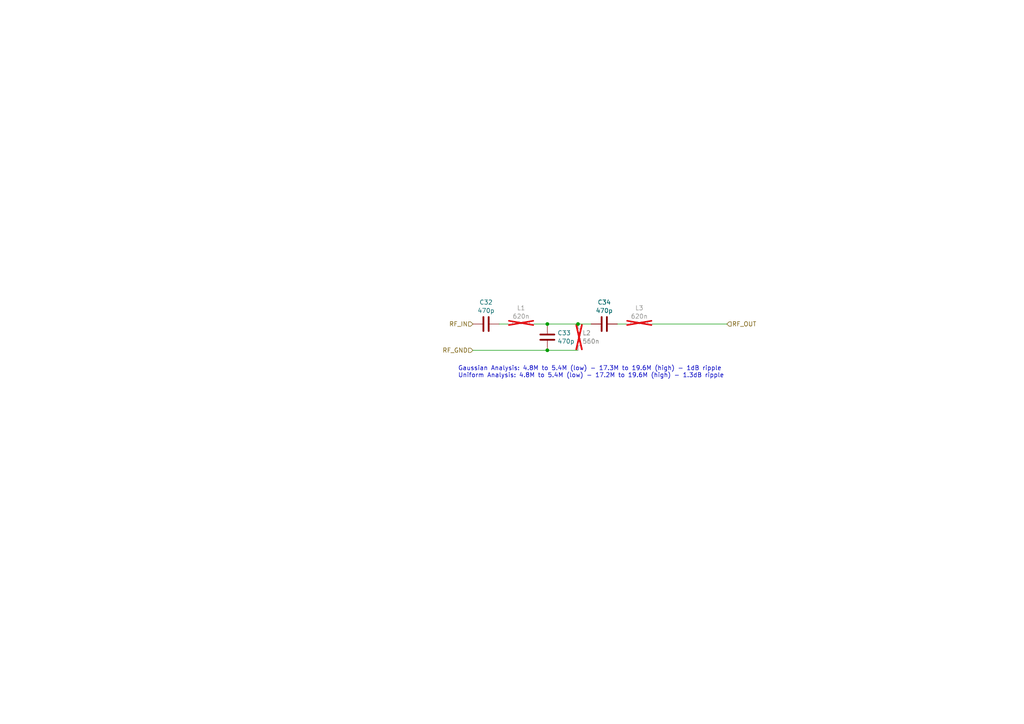
<source format=kicad_sch>
(kicad_sch (version 20230121) (generator eeschema)
  (paper "A4")
  (title_block (title "3rd Order Butterworth BPF 5-18 (5-18)") (date "2024-02-08") (rev "0.2") (company "Walla Walla University") (comment 1 "Author: Ethan Jansen"))
  (lib_symbols
    (symbol "Device:C" (pin_numbers hide) (pin_names (offset 0.254))
      (property "Reference" "C" (at 0.635 2.54 0))
      (property "Value" "C" (at 0.635 -2.54 0))
      (symbol "C_0_1"
        (polyline (pts (xy -2.032 -0.762) (xy 2.032 -0.762)) (stroke (width 0.508)))
        (polyline (pts (xy -2.032 0.762) (xy 2.032 0.762)) (stroke (width 0.508)))
      )
      (symbol "C_1_1"
        (pin passive line (at 0 3.81 270) (length 2.794) (name "~") (number "1"))
        (pin passive line (at 0 -3.81 90) (length 2.794) (name "~") (number "2"))
      )
    )
    (symbol "Device:L" (pin_numbers hide) (pin_names (offset 1.016) hide)
      (property "Reference" "L" (at -1.27 0 90))
      (property "Value" "L" (at 1.905 0 90))
      (symbol "L_0_1"
        (arc (start 0 -2.54) (mid 0.6323 -1.905) (end 0 -1.27))
        (arc (start 0 -1.27) (mid 0.6323 -0.635) (end 0 0))
        (arc (start 0 0) (mid 0.6323 0.635) (end 0 1.27))
        (arc (start 0 1.27) (mid 0.6323 1.905) (end 0 2.54))
      )
      (symbol "L_1_1"
        (pin passive line (at 0 3.81 270) (length 1.27) (name "1") (number "1"))
        (pin passive line (at 0 -3.81 90) (length 1.27) (name "2") (number "2"))
      )
    )
  )
  (junction (at 167.64 93.98))
  (junction (at 158.75 101.6))
  (junction (at 158.75 93.98))
  (wire (pts (xy 137.16 101.6) (xy 158.75 101.6)))
  (wire (pts (xy 154.94 93.98) (xy 158.75 93.98)))
  (wire (pts (xy 158.75 93.98) (xy 167.64 93.98)))
  (wire (pts (xy 189.23 93.98) (xy 210.82 93.98)))
  (wire (pts (xy 179.07 93.98) (xy 181.61 93.98)))
  (wire (pts (xy 167.64 93.98) (xy 171.45 93.98)))
  (wire (pts (xy 144.78 93.98) (xy 147.32 93.98)))
  (wire (pts (xy 158.75 101.6) (xy 167.64 101.6)))
  (text "Gaussian Analysis: 4.8M to 5.4M (low) - 17.3M to 19.6M (high) - 1dB ripple\nUniform Analysis: 4.8M to 5.4M (low) - 17.2M to 19.6M (high) - 1.3dB ripple" (at 132.842 109.728 0) (effects (font (size 1.27 1.27)) (justify left bottom)))
  (hierarchical_label "RF_OUT" (shape input) (at 210.82 93.98 0))
  (hierarchical_label "RF_GND" (shape input) (at 137.16 101.6 180))
  (hierarchical_label "RF_IN" (shape input) (at 137.16 93.98 180))
  (symbol (lib_id "Device:C") (at 140.97 93.98 270) (unit 1)
    (property "Reference" "C32" (at 140.97 87.6767 90))
    (property "Value" "470p" (at 140.97 90.1009 90))
    (property "Footprint" "Capacitor_SMD:C_0805_2012Metric" (effects hide))
    (property "Comment" "10%" (effects hide))
    (property "LCSC" "C1743" (effects hide))
  )
  (symbol (lib_id "Device:C") (at 158.75 97.79 0) (unit 1)
    (property "Reference" "C33" (at 161.671 96.5779 0) (effects (justify left)))
    (property "Value" "470p" (at 161.671 99.0021 0) (effects (justify left)))
    (property "Footprint" "Capacitor_SMD:C_0805_2012Metric" (effects hide))
    (property "Comment" "10%" (effects hide))
    (property "LCSC" "C1743" (effects hide))
  )
  (symbol (lib_id "Device:L") (at 167.64 97.79 0) (unit 1) (dnp yes)
    (property "Reference" "L2" (at 168.9073 96.5779 0) (effects (justify left)))
    (property "Value" "560n" (at 168.9073 99.0021 0) (effects (justify left)))
    (property "Footprint" "Inductor_THT:L_Toroid_Vertical_L10.0mm_W5.0mm_P5.08mm" (effects hide))
  )
  (symbol (lib_id "Device:C") (at 175.26 93.98 90) (unit 1)
    (property "Reference" "C34" (at 175.26 87.6767 90))
    (property "Value" "470p" (at 175.26 90.1009 90))
    (property "Footprint" "Capacitor_SMD:C_0805_2012Metric" (effects hide))
    (property "Comment" "10%" (effects hide))
    (property "LCSC" "C1743" (effects hide))
  )
  (symbol (lib_id "Device:L") (at 185.42 93.98 90) (unit 1) (dnp yes)
    (property "Reference" "L3" (at 185.42 89.3304 90))
    (property "Value" "620n" (at 185.42 91.7546 90))
    (property "Footprint" "Inductor_THT:L_Toroid_Vertical_L10.0mm_W5.0mm_P5.08mm" (effects hide))
  )
  (symbol (lib_id "Device:L") (at 151.13 93.98 90) (unit 1) (dnp yes)
    (property "Reference" "L1" (at 151.13 89.3304 90))
    (property "Value" "620n" (at 151.13 91.7546 90))
    (property "Footprint" "Inductor_THT:L_Toroid_Vertical_L10.0mm_W5.0mm_P5.08mm" (effects hide))
  )
)
</source>
